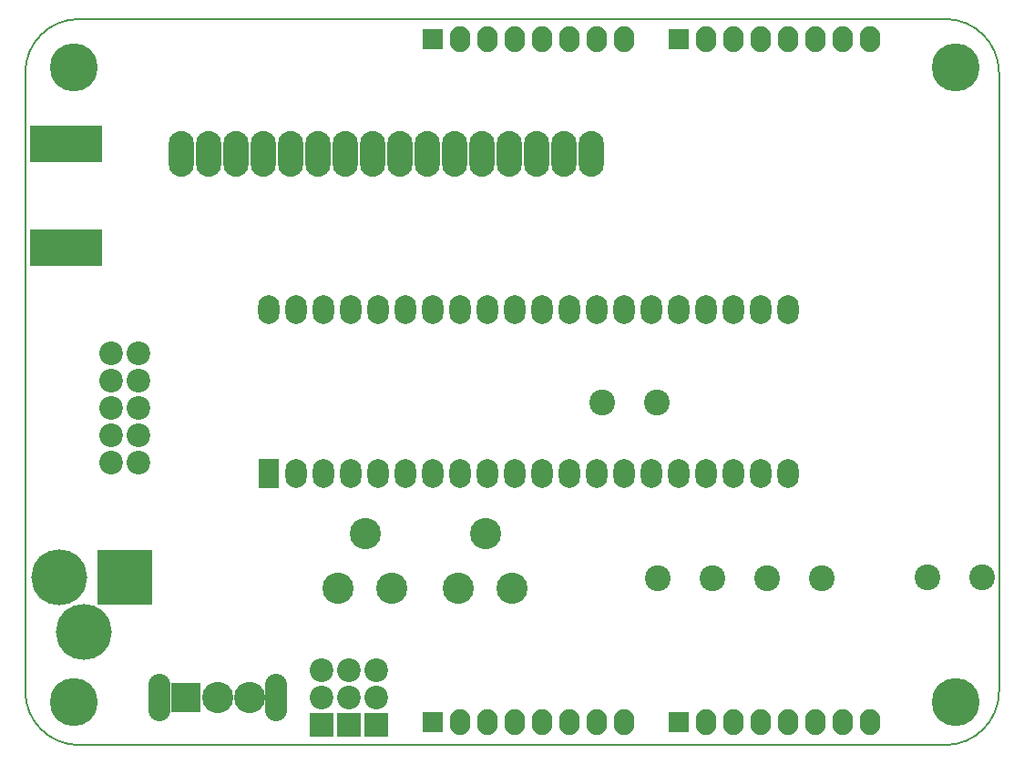
<source format=gbs>
G04 #@! TF.FileFunction,Soldermask,Bot*
%FSLAX46Y46*%
G04 Gerber Fmt 4.6, Leading zero omitted, Abs format (unit mm)*
G04 Created by KiCad (PCBNEW (2015-01-16 BZR 5376)-product) date 1/29/2016 4:56:34 PM*
%MOMM*%
G01*
G04 APERTURE LIST*
%ADD10C,0.150000*%
%ADD11C,2.400000*%
%ADD12C,5.200600*%
%ADD13R,5.200600X5.200600*%
%ADD14R,2.700000X2.700000*%
%ADD15C,2.900000*%
%ADD16O,2.051000X4.400000*%
%ADD17R,2.200000X2.200000*%
%ADD18C,2.200000*%
%ADD19O,2.330400X4.260800*%
%ADD20R,1.974800X2.686000*%
%ADD21O,1.974800X2.686000*%
%ADD22R,1.900000X1.900000*%
%ADD23O,1.900000X2.400000*%
%ADD24C,2.899360*%
%ADD25C,4.464000*%
%ADD26R,3.400000X3.400000*%
G04 APERTURE END LIST*
D10*
X188000000Y-105000000D02*
G75*
G03X193000000Y-100000000I0J5000000D01*
G01*
X107500000Y-105000000D02*
X188000000Y-105000000D01*
X102500000Y-42500000D02*
X102500000Y-100000000D01*
X188000000Y-37500000D02*
X107500000Y-37500000D01*
X193000000Y-100000000D02*
X193000000Y-42500000D01*
X102500000Y-100000000D02*
G75*
G03X107500000Y-105000000I5000000J0D01*
G01*
X193000000Y-42500000D02*
G75*
G03X188000000Y-37500000I-5000000J0D01*
G01*
X107500000Y-37500000D02*
G75*
G03X102500000Y-42500000I0J-5000000D01*
G01*
D11*
X171450000Y-89535000D03*
X176530000Y-89535000D03*
D12*
X105664000Y-89408000D03*
D13*
X111760000Y-89408000D03*
D12*
X107950000Y-94488000D03*
D14*
X117396000Y-100584000D03*
D15*
X120396000Y-100584000D03*
X123396000Y-100584000D03*
D16*
X125796040Y-100584000D03*
X114995960Y-100584000D03*
D17*
X130048000Y-103124000D03*
D18*
X130048000Y-100584000D03*
X130048000Y-98044000D03*
D17*
X132588000Y-103124000D03*
D18*
X132588000Y-100584000D03*
X132588000Y-98044000D03*
D17*
X135128000Y-103124000D03*
D18*
X135128000Y-100584000D03*
X135128000Y-98044000D03*
D19*
X116967000Y-50038000D03*
X119507000Y-50038000D03*
X122047000Y-50038000D03*
X124587000Y-50038000D03*
X127127000Y-50038000D03*
X129667000Y-50038000D03*
X132207000Y-50038000D03*
X134747000Y-50038000D03*
X137287000Y-50038000D03*
X139827000Y-50038000D03*
X142367000Y-50038000D03*
X144907000Y-50038000D03*
X147447000Y-50038000D03*
X149987000Y-50038000D03*
X152527000Y-50038000D03*
X155067000Y-50038000D03*
D20*
X125095000Y-79756000D03*
D21*
X127635000Y-79756000D03*
X130175000Y-79756000D03*
X132715000Y-79756000D03*
X135255000Y-79756000D03*
X137795000Y-79756000D03*
X140335000Y-79756000D03*
X142875000Y-79756000D03*
X145415000Y-79756000D03*
X147955000Y-79756000D03*
X150495000Y-79756000D03*
X153035000Y-79756000D03*
X155575000Y-79756000D03*
X158115000Y-79756000D03*
X160655000Y-79756000D03*
X163195000Y-79756000D03*
X165735000Y-79756000D03*
X168275000Y-79756000D03*
X170815000Y-79756000D03*
X173355000Y-79756000D03*
X173355000Y-64516000D03*
X170815000Y-64516000D03*
X168275000Y-64516000D03*
X165735000Y-64516000D03*
X163195000Y-64516000D03*
X160655000Y-64516000D03*
X158115000Y-64516000D03*
X155575000Y-64516000D03*
X153035000Y-64516000D03*
X150495000Y-64516000D03*
X147955000Y-64516000D03*
X145415000Y-64516000D03*
X142875000Y-64516000D03*
X140335000Y-64516000D03*
X137795000Y-64516000D03*
X135255000Y-64516000D03*
X132715000Y-64516000D03*
X130175000Y-64516000D03*
X127635000Y-64516000D03*
X125095000Y-64516000D03*
D22*
X140335000Y-102870000D03*
D23*
X142875000Y-102870000D03*
X145415000Y-102870000D03*
X147955000Y-102870000D03*
X150495000Y-102870000D03*
X153035000Y-102870000D03*
X155575000Y-102870000D03*
X158115000Y-102870000D03*
D22*
X163195000Y-39370000D03*
D23*
X165735000Y-39370000D03*
X168275000Y-39370000D03*
X170815000Y-39370000D03*
X173355000Y-39370000D03*
X175895000Y-39370000D03*
X178435000Y-39370000D03*
X180975000Y-39370000D03*
D22*
X140335000Y-39370000D03*
D23*
X142875000Y-39370000D03*
X145415000Y-39370000D03*
X147955000Y-39370000D03*
X150495000Y-39370000D03*
X153035000Y-39370000D03*
X155575000Y-39370000D03*
X158115000Y-39370000D03*
D22*
X163195000Y-102870000D03*
D23*
X165735000Y-102870000D03*
X168275000Y-102870000D03*
X170815000Y-102870000D03*
X173355000Y-102870000D03*
X175895000Y-102870000D03*
X178435000Y-102870000D03*
X180975000Y-102870000D03*
D18*
X113030000Y-78740000D03*
X110490000Y-78740000D03*
X113030000Y-76200000D03*
X110490000Y-76200000D03*
X113030000Y-73660000D03*
X110490000Y-73660000D03*
X113030000Y-71120000D03*
X110490000Y-71120000D03*
X113030000Y-68580000D03*
X110490000Y-68580000D03*
D24*
X134071360Y-85384640D03*
X136570720Y-90424000D03*
X131572000Y-90424000D03*
X145247360Y-85384640D03*
X147746720Y-90424000D03*
X142748000Y-90424000D03*
D11*
X186309000Y-89408000D03*
X191389000Y-89408000D03*
X161163000Y-73152000D03*
X156083000Y-73152000D03*
D25*
X107000000Y-101000000D03*
X107000000Y-42000000D03*
X189000000Y-42000000D03*
X189000000Y-101000000D03*
D11*
X161290000Y-89535000D03*
X166370000Y-89535000D03*
D26*
X107985000Y-49150000D03*
X104685000Y-49150000D03*
X107985000Y-58800000D03*
X104685000Y-58800000D03*
M02*

</source>
